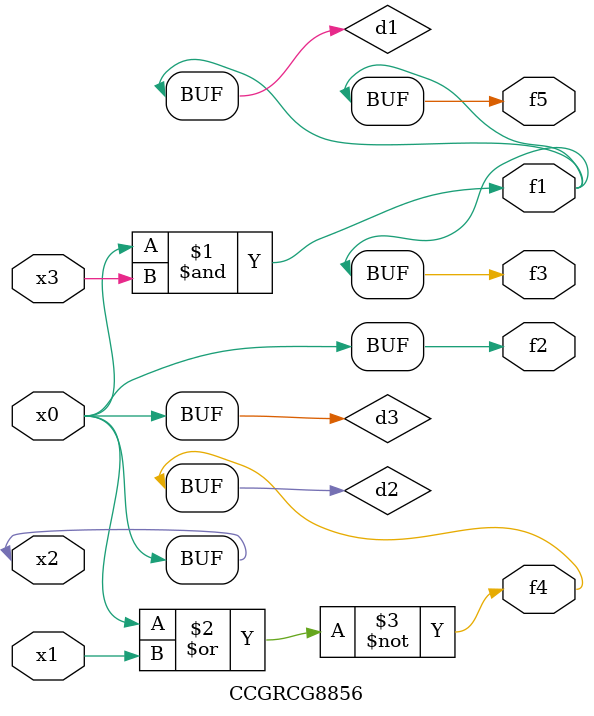
<source format=v>
module CCGRCG8856(
	input x0, x1, x2, x3,
	output f1, f2, f3, f4, f5
);

	wire d1, d2, d3;

	and (d1, x2, x3);
	nor (d2, x0, x1);
	buf (d3, x0, x2);
	assign f1 = d1;
	assign f2 = d3;
	assign f3 = d1;
	assign f4 = d2;
	assign f5 = d1;
endmodule

</source>
